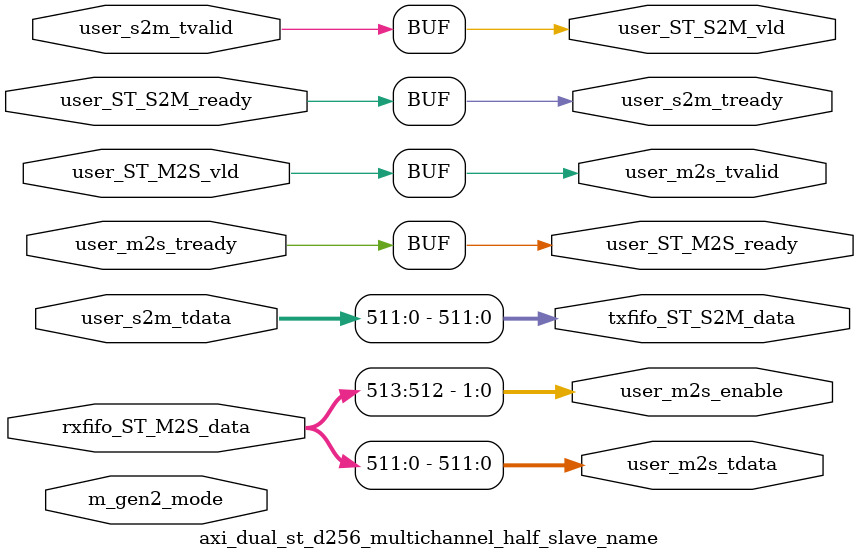
<source format=sv>

module axi_dual_st_d256_multichannel_half_slave_name  (

  // ST_M2S channel
  output logic [ 511:   0]   user_m2s_tdata      ,
  output logic               user_m2s_tvalid     ,
  input  logic               user_m2s_tready     ,
  output logic [   1:   0]   user_m2s_enable     ,

  // ST_S2M channel
  input  logic [ 511:   0]   user_s2m_tdata      ,
  input  logic               user_s2m_tvalid     ,
  output logic               user_s2m_tready     ,

  // Logic Link Interfaces
  input  logic               user_ST_M2S_vld     ,
  input  logic [ 513:   0]   rxfifo_ST_M2S_data  ,
  output logic               user_ST_M2S_ready   ,

  output logic               user_ST_S2M_vld     ,
  output logic [ 513:   0]   txfifo_ST_S2M_data  ,
  input  logic               user_ST_S2M_ready   ,

  input  logic               m_gen2_mode         

);

  // Connect Data

  assign user_m2s_tvalid                    = user_ST_M2S_vld                    ;
  assign user_ST_M2S_ready                  = user_m2s_tready                    ;
  assign user_m2s_tdata       [   0 +: 256] = rxfifo_ST_M2S_data   [   0 +: 256] ;
  assign user_m2s_enable      [   0 +:   1] = rxfifo_ST_M2S_data   [ 512 +:   1] ;
  assign user_m2s_tdata       [ 256 +: 256] = rxfifo_ST_M2S_data   [ 256 +: 256] ;
  assign user_m2s_enable      [   1 +:   1] = rxfifo_ST_M2S_data   [ 513 +:   1] ;

  assign user_ST_S2M_vld                    = user_s2m_tvalid                    ;
  assign user_s2m_tready                    = user_ST_S2M_ready                  ;
  assign txfifo_ST_S2M_data   [   0 +: 256] = user_s2m_tdata       [   0 +: 256] ;
  assign txfifo_ST_S2M_data   [ 256 +: 256] = user_s2m_tdata       [ 256 +: 256] ;

endmodule

</source>
